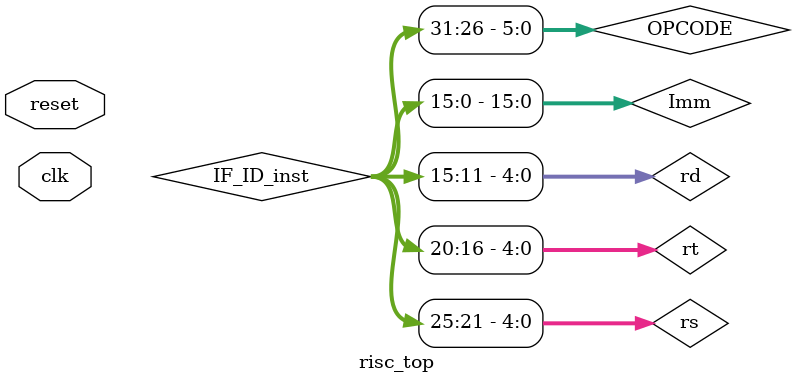
<source format=v>
`timescale 1ns / 1ps


module risc_top(clk,reset);
  input clk, reset;
  reg [31:0] pc_reg;
  wire [31:0] npc,inst_out;
  reg [31:0] IF_ID_inst, IF_ID_NPC;
  wire [5:0] OPCODE = IF_ID_inst[31:26];
  wire [4:0] rs     = IF_ID_inst[25:21];
  wire [4:0] rt     = IF_ID_inst[20:16]; 
  wire [4:0] rd     = IF_ID_inst[15:11];
  wire [15:0]Imm    = IF_ID_inst[15:0];   
  wire Halt,Branch,RegWrite,ALUsrc,MemRead,MemWrite,MemToReg,RegDst;
  wire [2:0] ALUOP;
  wire [31:0] Read_d1, Read_d2;
  reg [31:0] ID_EX_d1,ID_EX_d2;
  reg [31:0] ID_EX_Immext;
  reg [2:0]  ID_EX_ALUOP;
  reg [4:0]  ID_EX_rs,ID_EX_rt,ID_EX_rd;
  reg ID_EX_ALUsrc,ID_EX_RegWrite,ID_EX_MemRead,ID_EX_MemWrite, 
      ID_EX_MemToReg,ID_EX_RegDst;
  wire [31:0] ALU_INP_B;
  wire [31:0] ALU_RSLT;
  wire        ALU_Z_FLG;
  wire [4:0]  EX_reg_addr;
  reg [31:0] EX_MEM_ALU_RSLT;
  reg [31:0] EX_MEM_SW; // Holds ReadData2 for SW
  reg [4:0]  EX_MEM_reg_addr;
  // Pass WB control signals through
  reg        EX_MEM_RegWrite,EX_MEM_MemToReg,EX_MEM_MemRead,
             EX_MEM_MemWrite;
  wire [31:0] MEM_data;
  reg [31:0] MEM_WB_ReadData;
  reg [31:0] MEM_WB_ALU_RSLT;
  reg [4:0]  MEM_WB_reg_addr;
  reg        MEM_WB_RegWrite, MEM_WB_MemToReg;
  wire [31:0] WB_REG_data;
  //ports for verification
  
  // *********************IF stage************************//
  
  
  instruction_memory i_mem (.clk(clk),.address(pc_reg),
                            .instruction(inst_out));
  
  always @(posedge clk) begin
    if(reset)
      pc_reg <= 32'h0;
    else
      pc_reg <= npc;
  end
  
  assign npc = pc_reg + 4;
  
  // ===================== IF-ID pipeline regs ===================== //
  
  always @(posedge clk) begin
    if(reset)begin
      IF_ID_inst <= 32'h0;
      IF_ID_NPC <=  32'h0;
    end else begin
      IF_ID_inst <= inst_out;
      IF_ID_NPC <=  npc;
    end
  end
// ********************* ID stage ************************//
  
  
  alu_control_unit c_unit (.opcode(OPCODE),.RegWrite(RegWrite),.Branch(Branch),
                           .ALUsrc(ALUsrc),.alu_op(ALUOP),.Halt(Halt),
                           .MemRead(MemRead),.MemWrite(MemWrite), 
                           .MemToReg(MemToReg),.RegDst(RegDst));
  
  
  register_file reg_file (.clk(clk),.reset(reset),.RegWrite(MEM_WB_RegWrite)
                          ,.read_add1(rs),.read_add2(rt),.write1(MEM_WB_reg_addr),
                          .data_in(WB_REG_data),.read_out1(Read_d1),
                          .read_out2(Read_d2));
  
  // ===================== ID-EX pipeline regs ===================== //
  
  
  always @(posedge clk)begin
    if(reset)begin
      ID_EX_d1 <= 32'h0;
      ID_EX_d2 <= 32'h0;
      ID_EX_Immext <= 32'h0;
      ID_EX_ALUOP <= 3'b0;
      ID_EX_ALUsrc <= 1'b0;
      ID_EX_RegWrite <= 1'b0; 
    end
    else begin
      ID_EX_d1 <=     Read_d1;
      ID_EX_d2 <=     Read_d2;
      ID_EX_Immext <= {{16{Imm[15]}},Imm};
      ID_EX_rs <= rs;
      ID_EX_rt <= rt;
      ID_EX_rd <= rd;
      ID_EX_RegWrite <= RegWrite;
      ID_EX_ALUOP <=  ALUOP;
      ID_EX_ALUsrc <= ALUsrc;
      ID_EX_MemRead  <= MemRead; 
      ID_EX_MemWrite <= MemWrite;
      ID_EX_MemToReg <= MemToReg;
      ID_EX_RegDst   <= RegDst;
      
    end
  end
// ********************* EX stage ************************//  
  
  
  assign ALU_INP_B = ID_EX_ALUsrc ? ID_EX_Immext : ID_EX_d2;
  assign EX_reg_addr = ID_EX_RegDst ? ID_EX_rd : ID_EX_rt;
  
  alu_unit brain (.a(ID_EX_d1),.b(ALU_INP_B),.alu_opcode(ID_EX_ALUOP),
                  .result(ALU_RSLT),.zero(ALU_Z_FLG));

// ===================== EX-MEM pipeline regs ===================== //                  
  
  
  always @(posedge clk)begin
    if(reset)begin
      EX_MEM_ALU_RSLT <= 32'h0;
      EX_MEM_SW       <= 32'h0;
      EX_MEM_reg_addr <= 5'b0;
      EX_MEM_RegWrite <= 1'b0;
      EX_MEM_MemToReg <= 1'b0;
    end
    else begin 
      EX_MEM_ALU_RSLT <= ALU_RSLT;
      EX_MEM_SW       <= ID_EX_d2;
      EX_MEM_reg_addr <= EX_reg_addr;
      EX_MEM_RegWrite <= ID_EX_RegWrite;
      EX_MEM_MemRead  <= ID_EX_MemRead;
      EX_MEM_MemWrite <= ID_EX_MemWrite;
      EX_MEM_MemToReg <= ID_EX_MemToReg;
    end
  end
// ********************* MEM stage ************************//  
  
  data_memory d_mem (.clk(clk),.m_addrs(EX_MEM_ALU_RSLT),
                     .m_in(EX_MEM_SW),.m_write(EX_MEM_MemWrite),
                     .m_read(EX_MEM_MemRead),.m_out(MEM_data));
                     
// ===================== MEM-WB pipeline regs ===================== //

  
  
  always @(posedge clk)begin
    if(reset)begin 
      MEM_WB_ReadData   <= 32'h0;
      MEM_WB_ALU_RSLT   <= 32'h0;
      MEM_WB_reg_addr   <= 5'b0;
      MEM_WB_RegWrite   <= 1'b0;
      MEM_WB_MemToReg   <= 1'b0;
    end
    else begin 
      MEM_WB_ReadData   <= MEM_data;
      MEM_WB_ALU_RSLT   <= EX_MEM_ALU_RSLT;
      MEM_WB_reg_addr   <= EX_MEM_reg_addr;
      MEM_WB_RegWrite   <= EX_MEM_RegWrite;
      MEM_WB_MemToReg   <= EX_MEM_MemToReg;
    end
  end
  
// ********************* WB stage ************************//

  assign WB_REG_data = MEM_WB_MemToReg ? MEM_WB_ReadData : MEM_WB_ALU_RSLT;
  
endmodule

</source>
